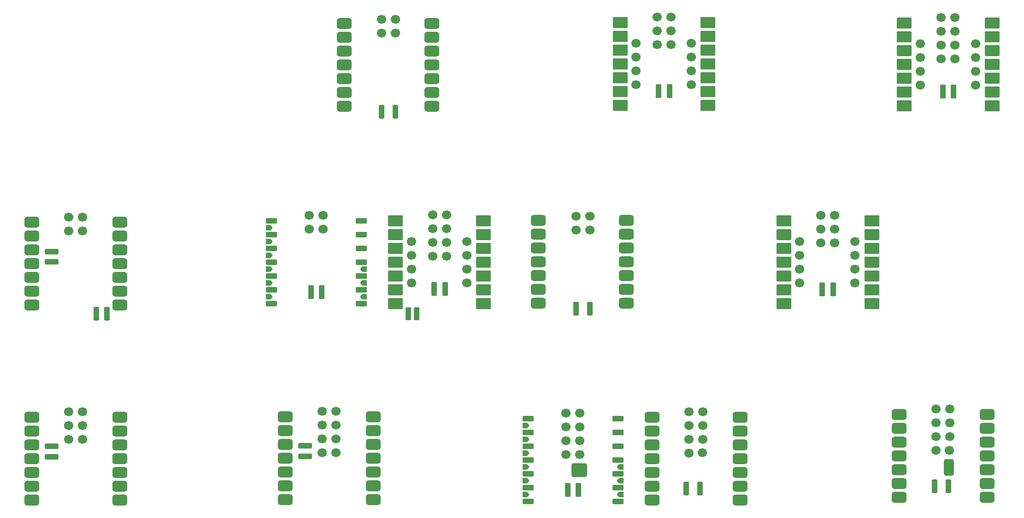
<source format=gbr>
%TF.GenerationSoftware,KiCad,Pcbnew,9.0.4*%
%TF.CreationDate,2025-09-18T16:51:08+08:00*%
%TF.ProjectId,XIAO,5849414f-2e6b-4696-9361-645f70636258,rev?*%
%TF.SameCoordinates,Original*%
%TF.FileFunction,Paste,Top*%
%TF.FilePolarity,Positive*%
%FSLAX46Y46*%
G04 Gerber Fmt 4.6, Leading zero omitted, Abs format (unit mm)*
G04 Created by KiCad (PCBNEW 9.0.4) date 2025-09-18 16:51:08*
%MOMM*%
%LPD*%
G01*
G04 APERTURE LIST*
G04 Aperture macros list*
%AMRoundRect*
0 Rectangle with rounded corners*
0 $1 Rounding radius*
0 $2 $3 $4 $5 $6 $7 $8 $9 X,Y pos of 4 corners*
0 Add a 4 corners polygon primitive as box body*
4,1,4,$2,$3,$4,$5,$6,$7,$8,$9,$2,$3,0*
0 Add four circle primitives for the rounded corners*
1,1,$1+$1,$2,$3*
1,1,$1+$1,$4,$5*
1,1,$1+$1,$6,$7*
1,1,$1+$1,$8,$9*
0 Add four rect primitives between the rounded corners*
20,1,$1+$1,$2,$3,$4,$5,0*
20,1,$1+$1,$4,$5,$6,$7,0*
20,1,$1+$1,$6,$7,$8,$9,0*
20,1,$1+$1,$8,$9,$2,$3,0*%
%AMFreePoly0*
4,1,15,-0.616000,0.142500,-0.283500,0.475000,0.521000,0.475000,0.557355,0.467769,0.588175,0.447175,0.608769,0.416355,0.616000,0.380000,0.616000,-0.380000,0.608769,-0.416355,0.588175,-0.447175,0.557355,-0.467769,0.521000,-0.475000,-0.283500,-0.475000,-0.616000,-0.142500,-0.616000,0.142500,-0.616000,0.142500,$1*%
G04 Aperture macros list end*
%ADD10RoundRect,0.500000X-0.875000X-0.500000X0.875000X-0.500000X0.875000X0.500000X-0.875000X0.500000X0*%
%ADD11RoundRect,0.275000X0.975000X0.275000X-0.975000X0.275000X-0.975000X-0.275000X0.975000X-0.275000X0*%
%ADD12RoundRect,0.275000X-0.275000X0.975000X-0.275000X-0.975000X0.275000X-0.975000X0.275000X0.975000X0*%
%ADD13C,1.700000*%
%ADD14RoundRect,0.200000X1.175000X0.800000X-1.175000X0.800000X-1.175000X-0.800000X1.175000X-0.800000X0*%
%ADD15RoundRect,0.200000X-1.175000X-0.800000X1.175000X-0.800000X1.175000X0.800000X-1.175000X0.800000X0*%
%ADD16RoundRect,0.110000X-0.440000X1.140000X-0.440000X-1.140000X0.440000X-1.140000X0.440000X1.140000X0*%
%ADD17RoundRect,0.100000X-0.400000X1.050000X-0.400000X-1.050000X0.400000X-1.050000X0.400000X1.050000X0*%
%ADD18RoundRect,0.275000X0.275000X-0.975000X0.275000X0.975000X-0.275000X0.975000X-0.275000X-0.975000X0*%
%ADD19RoundRect,0.095000X0.921000X0.380000X-0.921000X0.380000X-0.921000X-0.380000X0.921000X-0.380000X0*%
%ADD20RoundRect,0.095000X-0.921000X-0.380000X0.921000X-0.380000X0.921000X0.380000X-0.921000X0.380000X0*%
%ADD21FreePoly0,180.000000*%
%ADD22FreePoly0,0.000000*%
%ADD23RoundRect,0.475000X-0.475000X1.075000X-0.475000X-1.075000X0.475000X-1.075000X0.475000X1.075000X0*%
%ADD24RoundRect,0.250000X-1.150000X-1.000000X1.150000X-1.000000X1.150000X1.000000X-1.150000X1.000000X0*%
G04 APERTURE END LIST*
D10*
%TO.C,U3*%
X67740000Y-85420000D03*
X67740000Y-87960000D03*
X67740000Y-90500000D03*
X67740000Y-93040000D03*
X67740000Y-95580000D03*
X67740000Y-98120000D03*
X67740000Y-100660000D03*
X83905000Y-100660000D03*
X83905000Y-98120000D03*
X83905000Y-95580000D03*
X83905000Y-93040000D03*
X83905000Y-90500000D03*
X83905000Y-87960000D03*
X83905000Y-85420000D03*
D11*
X71350000Y-92726500D03*
X71350000Y-90821500D03*
D12*
X79605000Y-102276900D03*
X81510000Y-102276900D03*
D13*
X74525000Y-84471500D03*
X77065000Y-84471500D03*
X74525000Y-87011500D03*
X77065000Y-87011500D03*
%TD*%
D14*
%TO.C,U21*%
X134555000Y-85150000D03*
X134555000Y-87690000D03*
X134555000Y-90230000D03*
X134555000Y-92770000D03*
X134555000Y-95310000D03*
X134555000Y-97850000D03*
X134555000Y-100390000D03*
D15*
X150720000Y-100390000D03*
X150720000Y-97850000D03*
X150720000Y-95310000D03*
X150720000Y-92770000D03*
X150720000Y-90230000D03*
X150720000Y-87690000D03*
X150720000Y-85150000D03*
D13*
X147638494Y-88960000D03*
X147638494Y-91500000D03*
X147638494Y-94040000D03*
X147638494Y-96580000D03*
X137478494Y-96580000D03*
X137478494Y-94040000D03*
X137478494Y-91500000D03*
X137478494Y-88960000D03*
X141367500Y-84120000D03*
X143907500Y-84120000D03*
X141367500Y-86660000D03*
X143907500Y-86660000D03*
X141367500Y-89200000D03*
X143907500Y-89200000D03*
X141367500Y-91740000D03*
X143907500Y-91740000D03*
D16*
X141637500Y-97744811D03*
X143637500Y-97744811D03*
D17*
X136926500Y-102270000D03*
X138426500Y-102270000D03*
%TD*%
D10*
%TO.C,U2*%
X160810000Y-85106663D03*
X160810000Y-87646663D03*
X160810000Y-90186663D03*
X160810000Y-92726663D03*
X160810000Y-95266663D03*
X160810000Y-97806663D03*
X160810000Y-100346663D03*
X176975000Y-100346663D03*
X176975000Y-97806663D03*
X176975000Y-95266663D03*
X176975000Y-92726663D03*
X176975000Y-90186663D03*
X176975000Y-87646663D03*
X176975000Y-85106663D03*
D12*
X167722000Y-101366663D03*
X170262000Y-101366663D03*
D13*
X167722000Y-84348663D03*
X170262000Y-84348663D03*
X167722000Y-86888663D03*
X170262000Y-86888663D03*
%TD*%
D14*
%TO.C,U14*%
X175807500Y-48685189D03*
X175807500Y-51225189D03*
X175807500Y-53765189D03*
X175807500Y-56305189D03*
X175807500Y-58845189D03*
X175807500Y-61385189D03*
X175807500Y-63925189D03*
D15*
X191972500Y-63925189D03*
X191972500Y-61385189D03*
X191972500Y-58845189D03*
X191972500Y-56305189D03*
X191972500Y-53765189D03*
X191972500Y-51225189D03*
X191972500Y-48685189D03*
D13*
X188890994Y-52495189D03*
X188890994Y-55035189D03*
X188890994Y-57575189D03*
X188890994Y-60115189D03*
X178730994Y-60115189D03*
X178730994Y-57575189D03*
X178730994Y-55035189D03*
X178730994Y-52495189D03*
X182620000Y-47655189D03*
X182620000Y-50195189D03*
X182620000Y-52735189D03*
X185160000Y-52735189D03*
X185160000Y-50195189D03*
X185160000Y-47655189D03*
D16*
X182890000Y-61280000D03*
X184890000Y-61280000D03*
%TD*%
D13*
%TO.C,U1*%
X134546800Y-50608063D03*
X132006800Y-50608063D03*
X134546800Y-48068063D03*
X132006800Y-48068063D03*
D18*
X134546800Y-65086063D03*
X132006800Y-65086063D03*
D10*
X141259800Y-48826363D03*
X141259800Y-51366363D03*
X141259800Y-53906363D03*
X141259800Y-56446363D03*
X141259800Y-58986363D03*
X141259800Y-61526363D03*
X141259800Y-64066363D03*
X125094800Y-64066363D03*
X125094800Y-61526363D03*
X125094800Y-58986363D03*
X125094800Y-56446363D03*
X125094800Y-53906363D03*
X125094800Y-51366363D03*
X125094800Y-48826363D03*
%TD*%
D19*
%TO.C,U22*%
X111748988Y-85152177D03*
X111748988Y-87692177D03*
X111748988Y-90232177D03*
X111748988Y-92772177D03*
X111748988Y-95312177D03*
X111748988Y-97852177D03*
X111748988Y-100392177D03*
D20*
X128258988Y-100392177D03*
X128258988Y-97852177D03*
X128258988Y-95312177D03*
X128258988Y-92772177D03*
X128258988Y-90232177D03*
X128258988Y-87692177D03*
X128258988Y-85152177D03*
D21*
X111348988Y-86422177D03*
X111348988Y-88962177D03*
X111348988Y-91502177D03*
X111348988Y-94042177D03*
X111348988Y-96582177D03*
X111348988Y-99122177D03*
D22*
X128658988Y-99122177D03*
X128658988Y-96582177D03*
X128658988Y-94042177D03*
D13*
X118733988Y-84199677D03*
X121273988Y-84199677D03*
X118733988Y-86739677D03*
X121273988Y-86739677D03*
D16*
X119010000Y-98290000D03*
X121010000Y-98290000D03*
%TD*%
D14*
%TO.C,U13*%
X205870000Y-85200000D03*
X205870000Y-87740000D03*
X205870000Y-90280000D03*
X205870000Y-92820000D03*
X205870000Y-95360000D03*
X205870000Y-97900000D03*
X205870000Y-100440000D03*
D15*
X222035000Y-100440000D03*
X222035000Y-97900000D03*
X222035000Y-95360000D03*
X222035000Y-92820000D03*
X222035000Y-90280000D03*
X222035000Y-87740000D03*
X222035000Y-85200000D03*
D13*
X218953494Y-89010000D03*
X218953494Y-91550000D03*
X218953494Y-94090000D03*
X218953494Y-96630000D03*
X208793494Y-96630000D03*
X208793494Y-94090000D03*
X208793494Y-91550000D03*
X208793494Y-89010000D03*
X212682500Y-84170000D03*
X212682500Y-86710000D03*
X212682500Y-89250000D03*
X215222500Y-89250000D03*
X215222500Y-86710000D03*
X215222500Y-84170000D03*
D16*
X212952500Y-97794811D03*
X214952500Y-97794811D03*
%TD*%
%TO.C,U20*%
X237085200Y-61383063D03*
X235085200Y-61383063D03*
D13*
X237355200Y-47758252D03*
X237355200Y-50298252D03*
X237355200Y-52838252D03*
X237355200Y-55378252D03*
X234815200Y-55378252D03*
X234815200Y-52838252D03*
X234815200Y-50298252D03*
X234815200Y-47758252D03*
X230926194Y-52598252D03*
X230926194Y-55138252D03*
X230926194Y-57678252D03*
X230926194Y-60218252D03*
X241086194Y-60218252D03*
X241086194Y-57678252D03*
X241086194Y-55138252D03*
X241086194Y-52598252D03*
D15*
X244167700Y-48788252D03*
X244167700Y-51328252D03*
X244167700Y-53868252D03*
X244167700Y-56408252D03*
X244167700Y-58948252D03*
X244167700Y-61488252D03*
X244167700Y-64028252D03*
D14*
X228002700Y-64028252D03*
X228002700Y-61488252D03*
X228002700Y-58948252D03*
X228002700Y-56408252D03*
X228002700Y-53868252D03*
X228002700Y-51328252D03*
X228002700Y-48788252D03*
%TD*%
D13*
%TO.C,U7*%
X190917000Y-127874263D03*
X188469600Y-127931063D03*
X191009600Y-125391063D03*
X188469600Y-125391063D03*
X191009600Y-122851063D03*
X188469600Y-122851063D03*
X191009600Y-120311063D03*
X188469600Y-120311063D03*
D12*
X190501600Y-134484263D03*
X187961600Y-134484263D03*
D10*
X197853000Y-121332563D03*
X197853000Y-123872563D03*
X197853000Y-126412563D03*
X197853000Y-128952563D03*
X197853000Y-131492563D03*
X197853000Y-134032563D03*
X197853000Y-136572563D03*
X181688000Y-136572563D03*
X181688000Y-134032563D03*
X181688000Y-131492563D03*
X181688000Y-128952563D03*
X181688000Y-126412563D03*
X181688000Y-123872563D03*
X181688000Y-121332563D03*
%TD*%
D23*
%TO.C,U18*%
X236195000Y-130557963D03*
D12*
X236094600Y-134001663D03*
X233554600Y-134001663D03*
D13*
X236310000Y-127391663D03*
X233862600Y-127448463D03*
X236402600Y-124908463D03*
X233862600Y-124908463D03*
X236402600Y-122368463D03*
X233862600Y-122368463D03*
X236402600Y-119828463D03*
X233862600Y-119828463D03*
D10*
X243246000Y-120849963D03*
X243246000Y-123389963D03*
X243246000Y-125929963D03*
X243246000Y-128469963D03*
X243246000Y-131009963D03*
X243246000Y-133549963D03*
X243246000Y-136089963D03*
X227081000Y-136089963D03*
X227081000Y-133549963D03*
X227081000Y-131009963D03*
X227081000Y-128469963D03*
X227081000Y-125929963D03*
X227081000Y-123389963D03*
X227081000Y-120849963D03*
%TD*%
D24*
%TO.C,U19*%
X168290000Y-131065000D03*
D16*
X168171012Y-134707823D03*
X166171012Y-134707823D03*
D13*
X168435000Y-128174000D03*
X165895000Y-128174000D03*
X168435000Y-125634000D03*
X165895000Y-125634000D03*
X168435000Y-123094000D03*
X165895000Y-123094000D03*
X168435000Y-120554000D03*
X165895000Y-120554000D03*
D22*
X175820000Y-130460000D03*
X175820000Y-133000000D03*
X175820000Y-135540000D03*
D21*
X158510000Y-135540000D03*
X158510000Y-133000000D03*
X158510000Y-130460000D03*
X158510000Y-127920000D03*
X158510000Y-125380000D03*
X158510000Y-122840000D03*
D20*
X175420000Y-121570000D03*
X175420000Y-124110000D03*
X175420000Y-126650000D03*
X175420000Y-129190000D03*
X175420000Y-131730000D03*
X175420000Y-134270000D03*
X175420000Y-136810000D03*
D19*
X158910000Y-136810000D03*
X158910000Y-134270000D03*
X158910000Y-131730000D03*
X158910000Y-129190000D03*
X158910000Y-126650000D03*
X158910000Y-124110000D03*
X158910000Y-121570000D03*
%TD*%
D10*
%TO.C,U8*%
X67744400Y-121367063D03*
X67744400Y-123907063D03*
X67744400Y-126447063D03*
X67744400Y-128987063D03*
X67744400Y-131527063D03*
X67744400Y-134067063D03*
X67744400Y-136607063D03*
X83909400Y-136607063D03*
X83909400Y-134067063D03*
X83909400Y-131527063D03*
X83909400Y-128987063D03*
X83909400Y-126447063D03*
X83909400Y-123907063D03*
X83909400Y-121367063D03*
D11*
X71354400Y-128605063D03*
X71354400Y-126700063D03*
D13*
X74529400Y-120355063D03*
X77069400Y-120355063D03*
X74529400Y-122895063D03*
X77069400Y-122895063D03*
X74529400Y-125435063D03*
X77069400Y-125435063D03*
%TD*%
D10*
%TO.C,U9*%
X114317436Y-121272463D03*
X114317436Y-123812463D03*
X114317436Y-126352463D03*
X114317436Y-128892463D03*
X114317436Y-131432463D03*
X114317436Y-133972463D03*
X114317436Y-136512463D03*
X130482436Y-136512463D03*
X130482436Y-133972463D03*
X130482436Y-131432463D03*
X130482436Y-128892463D03*
X130482436Y-126352463D03*
X130482436Y-123812463D03*
X130482436Y-121272463D03*
D11*
X117927436Y-128510463D03*
X117927436Y-126605463D03*
D13*
X121102436Y-120260463D03*
X123642436Y-120260463D03*
X121102436Y-122800463D03*
X123642436Y-122800463D03*
X121102436Y-125340463D03*
X123642436Y-125340463D03*
X121102436Y-127880463D03*
X123642436Y-127880463D03*
%TD*%
M02*

</source>
